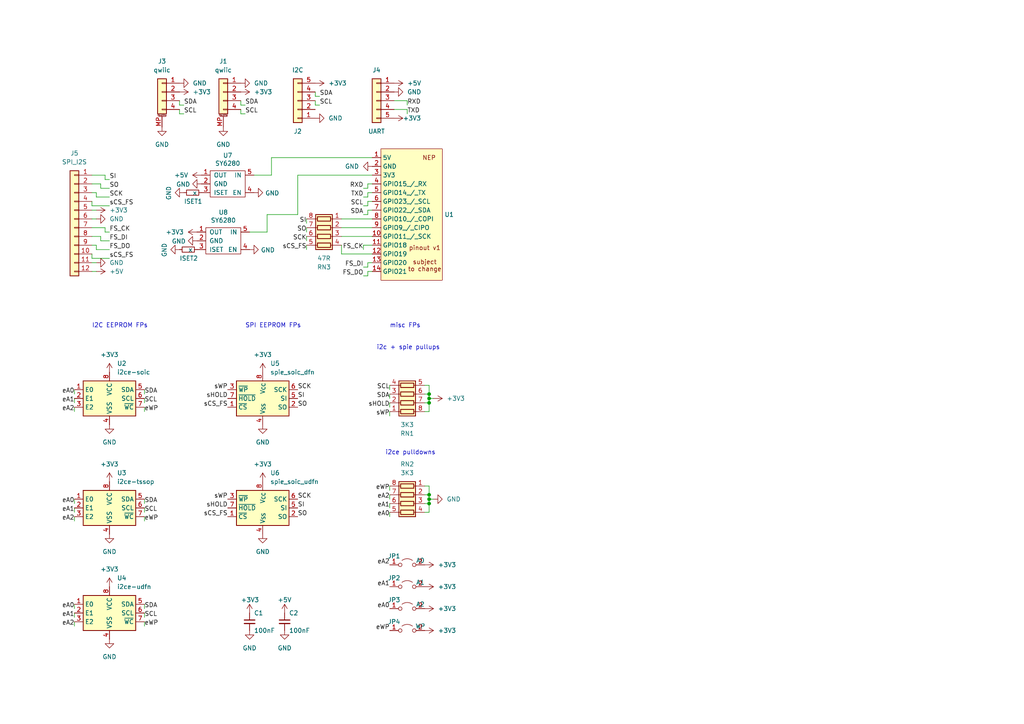
<source format=kicad_sch>
(kicad_sch (version 20230121) (generator eeschema)
  (paper "A4")
  (lib_symbols
    (symbol "Connector_Generic:Conn_01x05" (pin_names (offset 1.016) hide)
      (property "Reference" "J" (at 0 7.62 0))
      (property "Value" "Conn_01x05" (at 0 -7.62 0))
      (symbol "Conn_01x05_1_1"
        (rectangle (start -1.27 -4.953) (end 0 -5.207) (stroke (width 0.1524)))
        (rectangle (start -1.27 -2.413) (end 0 -2.667) (stroke (width 0.1524)))
        (rectangle (start -1.27 0.127) (end 0 -0.127) (stroke (width 0.1524)))
        (rectangle (start -1.27 2.667) (end 0 2.413) (stroke (width 0.1524)))
        (rectangle (start -1.27 5.207) (end 0 4.953) (stroke (width 0.1524)))
        (rectangle (start -1.27 6.35) (end 1.27 -6.35) (stroke (width 0.254)) (fill (type background)))
        (pin passive line (at -5.08 5.08 0) (length 3.81) (name "Pin_1") (number "1"))
        (pin passive line (at -5.08 2.54 0) (length 3.81) (name "Pin_2") (number "2"))
        (pin passive line (at -5.08 0 0) (length 3.81) (name "Pin_3") (number "3"))
        (pin passive line (at -5.08 -2.54 0) (length 3.81) (name "Pin_4") (number "4"))
        (pin passive line (at -5.08 -5.08 0) (length 3.81) (name "Pin_5") (number "5"))
      )
    )
    (symbol "Connector_Generic:Conn_01x12" (pin_names (offset 1.016) hide)
      (property "Reference" "J" (at 0 15.24 0))
      (property "Value" "Conn_01x12" (at 0 -17.78 0))
      (symbol "Conn_01x12_1_1"
        (rectangle (start -1.27 -15.113) (end 0 -15.367) (stroke (width 0.1524)))
        (rectangle (start -1.27 -12.573) (end 0 -12.827) (stroke (width 0.1524)))
        (rectangle (start -1.27 -10.033) (end 0 -10.287) (stroke (width 0.1524)))
        (rectangle (start -1.27 -7.493) (end 0 -7.747) (stroke (width 0.1524)))
        (rectangle (start -1.27 -4.953) (end 0 -5.207) (stroke (width 0.1524)))
        (rectangle (start -1.27 -2.413) (end 0 -2.667) (stroke (width 0.1524)))
        (rectangle (start -1.27 0.127) (end 0 -0.127) (stroke (width 0.1524)))
        (rectangle (start -1.27 2.667) (end 0 2.413) (stroke (width 0.1524)))
        (rectangle (start -1.27 5.207) (end 0 4.953) (stroke (width 0.1524)))
        (rectangle (start -1.27 7.747) (end 0 7.493) (stroke (width 0.1524)))
        (rectangle (start -1.27 10.287) (end 0 10.033) (stroke (width 0.1524)))
        (rectangle (start -1.27 12.827) (end 0 12.573) (stroke (width 0.1524)))
        (rectangle (start -1.27 13.97) (end 1.27 -16.51) (stroke (width 0.254)) (fill (type background)))
        (pin passive line (at -5.08 12.7 0) (length 3.81) (name "Pin_1") (number "1"))
        (pin passive line (at -5.08 -10.16 0) (length 3.81) (name "Pin_10") (number "10"))
        (pin passive line (at -5.08 -12.7 0) (length 3.81) (name "Pin_11") (number "11"))
        (pin passive line (at -5.08 -15.24 0) (length 3.81) (name "Pin_12") (number "12"))
        (pin passive line (at -5.08 10.16 0) (length 3.81) (name "Pin_2") (number "2"))
        (pin passive line (at -5.08 7.62 0) (length 3.81) (name "Pin_3") (number "3"))
        (pin passive line (at -5.08 5.08 0) (length 3.81) (name "Pin_4") (number "4"))
        (pin passive line (at -5.08 2.54 0) (length 3.81) (name "Pin_5") (number "5"))
        (pin passive line (at -5.08 0 0) (length 3.81) (name "Pin_6") (number "6"))
        (pin passive line (at -5.08 -2.54 0) (length 3.81) (name "Pin_7") (number "7"))
        (pin passive line (at -5.08 -5.08 0) (length 3.81) (name "Pin_8") (number "8"))
        (pin passive line (at -5.08 -7.62 0) (length 3.81) (name "Pin_9") (number "9"))
      )
    )
    (symbol "Connector_Generic_MountingPin:Conn_01x04_MountingPin" (pin_names (offset 1.016) hide)
      (property "Reference" "J" (at 0 5.08 0))
      (property "Value" "Conn_01x04_MountingPin" (at 1.27 -7.62 0))
      (symbol "Conn_01x04_MountingPin_1_1"
        (rectangle (start -1.27 -4.953) (end 0 -5.207) (stroke (width 0.1524)))
        (rectangle (start -1.27 -2.413) (end 0 -2.667) (stroke (width 0.1524)))
        (rectangle (start -1.27 0.127) (end 0 -0.127) (stroke (width 0.1524)))
        (rectangle (start -1.27 2.667) (end 0 2.413) (stroke (width 0.1524)))
        (rectangle (start -1.27 3.81) (end 1.27 -6.35) (stroke (width 0.254)) (fill (type background)))
        (polyline (pts (xy -1.016 -7.112) (xy 1.016 -7.112)) (stroke (width 0.1524)))
        (text "Mounting" (at 0 -6.731 0) (effects (font (size 0.381 0.381))))
        (pin passive line (at -5.08 2.54 0) (length 3.81) (name "Pin_1") (number "1"))
        (pin passive line (at -5.08 0 0) (length 3.81) (name "Pin_2") (number "2"))
        (pin passive line (at -5.08 -2.54 0) (length 3.81) (name "Pin_3") (number "3"))
        (pin passive line (at -5.08 -5.08 0) (length 3.81) (name "Pin_4") (number "4"))
        (pin passive line (at 0 -10.16 90) (length 3.048) (name "MountPin") (number "MP"))
      )
    )
    (symbol "Device:C_Small" (pin_numbers hide) (pin_names (offset 0.254) hide)
      (property "Reference" "C" (at 0.254 1.778 0))
      (property "Value" "C_Small" (at 0.254 -2.032 0))
      (symbol "C_Small_0_1"
        (polyline (pts (xy -1.524 -0.508) (xy 1.524 -0.508)) (stroke (width 0.3302)))
        (polyline (pts (xy -1.524 0.508) (xy 1.524 0.508)) (stroke (width 0.3048)))
      )
      (symbol "C_Small_1_1"
        (pin passive line (at 0 2.54 270) (length 2.032) (name "~") (number "1"))
        (pin passive line (at 0 -2.54 90) (length 2.032) (name "~") (number "2"))
      )
    )
    (symbol "Device:R_Pack04" (pin_names (offset 0) hide)
      (property "Reference" "RN" (at -7.62 0 90))
      (property "Value" "R_Pack04" (at 5.08 0 90))
      (symbol "R_Pack04_0_1"
        (rectangle (start -6.35 -2.413) (end 3.81 2.413) (stroke (width 0.254)) (fill (type background)))
        (rectangle (start -5.715 1.905) (end -4.445 -1.905) (stroke (width 0.254)))
        (rectangle (start -3.175 1.905) (end -1.905 -1.905) (stroke (width 0.254)))
        (rectangle (start -0.635 1.905) (end 0.635 -1.905) (stroke (width 0.254)))
        (polyline (pts (xy -5.08 -2.54) (xy -5.08 -1.905)))
        (polyline (pts (xy -5.08 1.905) (xy -5.08 2.54)))
        (polyline (pts (xy -2.54 -2.54) (xy -2.54 -1.905)))
        (polyline (pts (xy -2.54 1.905) (xy -2.54 2.54)))
        (polyline (pts (xy 0 -2.54) (xy 0 -1.905)))
        (polyline (pts (xy 0 1.905) (xy 0 2.54)))
        (polyline (pts (xy 2.54 -2.54) (xy 2.54 -1.905)))
        (polyline (pts (xy 2.54 1.905) (xy 2.54 2.54)))
        (rectangle (start 1.905 1.905) (end 3.175 -1.905) (stroke (width 0.254)))
      )
      (symbol "R_Pack04_1_1"
        (pin passive line (at -5.08 -5.08 90) (length 2.54) (name "R1.1") (number "1"))
        (pin passive line (at -2.54 -5.08 90) (length 2.54) (name "R2.1") (number "2"))
        (pin passive line (at 0 -5.08 90) (length 2.54) (name "R3.1") (number "3"))
        (pin passive line (at 2.54 -5.08 90) (length 2.54) (name "R4.1") (number "4"))
        (pin passive line (at 2.54 5.08 270) (length 2.54) (name "R4.2") (number "5"))
        (pin passive line (at 0 5.08 270) (length 2.54) (name "R3.2") (number "6"))
        (pin passive line (at -2.54 5.08 270) (length 2.54) (name "R2.2") (number "7"))
        (pin passive line (at -5.08 5.08 270) (length 2.54) (name "R1.2") (number "8"))
      )
    )
    (symbol "Device:R_Small" (pin_numbers hide) (pin_names (offset 0.254) hide)
      (property "Reference" "R" (at 0.762 0.508 0))
      (property "Value" "R_Small" (at 0.762 -1.016 0))
      (symbol "R_Small_0_1"
        (rectangle (start -0.762 1.778) (end 0.762 -1.778) (stroke (width 0.2032)))
      )
      (symbol "R_Small_1_1"
        (pin passive line (at 0 2.54 270) (length 0.762) (name "~") (number "1"))
        (pin passive line (at 0 -2.54 90) (length 0.762) (name "~") (number "2"))
      )
    )
    (symbol "Jumper:Jumper_2_Open" (pin_names (offset 0) hide)
      (property "Reference" "JP" (at 0 2.794 0))
      (property "Value" "Jumper_2_Open" (at 0 -2.286 0))
      (symbol "Jumper_2_Open_0_0"
        (circle (center -2.032 0) (radius 0.508))
        (circle (center 2.032 0) (radius 0.508))
      )
      (symbol "Jumper_2_Open_0_1"
        (arc (start 1.524 1.27) (mid 0 1.778) (end -1.524 1.27))
      )
      (symbol "Jumper_2_Open_1_1"
        (pin passive line (at -5.08 0 0) (length 2.54) (name "A") (number "1"))
        (pin passive line (at 5.08 0 180) (length 2.54) (name "B") (number "2"))
      )
    )
    (symbol "Memory_EEPROM:25CSM04xxMF"
      (property "Reference" "U3" (at 1.9559 8.89 0))
      (property "Value" "25CSM04xxMF" (at 1.9559 6.35 0))
      (symbol "25CSM04xxMF_1_1"
        (rectangle (start -7.62 5.08) (end 7.62 -5.08) (stroke (width 0.254)) (fill (type background)))
        (pin input line (at -10.16 -2.54 0) (length 2.54) (name "~{CS}") (number "1"))
        (pin tri_state line (at 10.16 -2.54 180) (length 2.54) (name "SO") (number "2"))
        (pin input line (at -10.16 2.54 0) (length 2.54) (name "~{WP}") (number "3"))
        (pin power_in line (at 0 -7.62 90) (length 2.54) (name "V_{SS}") (number "4"))
        (pin input line (at 10.16 0 180) (length 2.54) (name "SI") (number "5"))
        (pin input line (at 10.16 2.54 180) (length 2.54) (name "SCK") (number "6"))
        (pin input line (at -10.16 0 0) (length 2.54) (name "~{HOLD}") (number "7"))
        (pin power_in line (at 0 7.62 270) (length 2.54) (name "V_{CC}") (number "8"))
      )
    )
    (symbol "Memory_EEPROM:M24C01-FDW"
      (property "Reference" "U" (at -6.35 6.35 0))
      (property "Value" "M24C01-FDW" (at 7.62 6.35 0))
      (symbol "M24C01-FDW_0_1"
        (rectangle (start -7.62 5.08) (end 7.62 -5.08) (stroke (width 0.254)) (fill (type background)))
      )
      (symbol "M24C01-FDW_1_1"
        (pin input line (at -10.16 2.54 0) (length 2.54) (name "E0") (number "1"))
        (pin input line (at -10.16 0 0) (length 2.54) (name "E1") (number "2"))
        (pin input line (at -10.16 -2.54 0) (length 2.54) (name "E2") (number "3"))
        (pin power_in line (at 0 -7.62 90) (length 2.54) (name "VSS") (number "4"))
        (pin bidirectional line (at 10.16 2.54 180) (length 2.54) (name "SDA") (number "5"))
        (pin input line (at 10.16 0 180) (length 2.54) (name "SCL") (number "6"))
        (pin input line (at 10.16 -2.54 180) (length 2.54) (name "~{WC}") (number "7"))
        (pin power_in line (at 0 7.62 270) (length 2.54) (name "VCC") (number "8"))
      )
    )
    (symbol "nep_header:NEP_HEADER"
      (property "Reference" "U" (at 2.54 20.32 0))
      (symbol "NEP_HEADER_1_1"
        (rectangle (start -6.35 19.05) (end 11.43 -19.05) (fill (type background)))
        (text "NEP" (at 7.62 16.51 0) (effects (font (size 1.27 1.27))))
        (text "pinout v1\n\nsubject\nto change" (at 6.35 -12.7 0) (effects (font (size 1.27 1.27))))
        (pin input line (at -8.89 16.51 0) (length 2.54) (name "5V") (number "1"))
        (pin input line (at -8.89 -6.35 0) (length 2.54) (name "GPIO11_/_SCK") (number "10"))
        (pin input line (at -8.89 -8.89 0) (length 2.54) (name "GPIO18") (number "11"))
        (pin input line (at -8.89 -11.43 0) (length 2.54) (name "GPIO19") (number "12"))
        (pin input line (at -8.89 -13.97 0) (length 2.54) (name "GPIO20") (number "13"))
        (pin input line (at -8.89 -16.51 0) (length 2.54) (name "GPIO21") (number "14"))
        (pin input line (at -8.89 13.97 0) (length 2.54) (name "GND") (number "2"))
        (pin input line (at -8.89 11.43 0) (length 2.54) (name "3V3") (number "3"))
        (pin input line (at -8.89 8.89 0) (length 2.54) (name "GPIO15_/_RX") (number "4"))
        (pin input line (at -8.89 6.35 0) (length 2.54) (name "GPIO14_/_TX") (number "5"))
        (pin input line (at -8.89 3.81 0) (length 2.54) (name "GPIO23_/_SCL") (number "6"))
        (pin input line (at -8.89 1.27 0) (length 2.54) (name "GPIO22_/_SDA") (number "7"))
        (pin input line (at -8.89 -1.27 0) (length 2.54) (name "GPIO10_/_COPI") (number "8"))
        (pin input line (at -8.89 -3.81 0) (length 2.54) (name "GPIO9_/_CIPO") (number "9"))
      )
    )
    (symbol "power:+3V3" (power) (pin_names (offset 0))
      (property "Value" "+3V3" (at 0 3.556 0))
      (symbol "+3V3_0_1"
        (polyline (pts (xy -0.762 1.27) (xy 0 2.54)))
        (polyline (pts (xy 0 0) (xy 0 2.54)))
        (polyline (pts (xy 0 2.54) (xy 0.762 1.27)))
      )
      (symbol "+3V3_1_1"
        (pin power_in line (at 0 0 90) (length 0) hide (name "+3V3") (number "1"))
      )
    )
    (symbol "power:+5V" (power) (pin_names (offset 0))
      (property "Value" "+5V" (at 0 3.556 0))
      (symbol "+5V_0_1"
        (polyline (pts (xy -0.762 1.27) (xy 0 2.54)))
        (polyline (pts (xy 0 0) (xy 0 2.54)))
        (polyline (pts (xy 0 2.54) (xy 0.762 1.27)))
      )
      (symbol "+5V_1_1"
        (pin power_in line (at 0 0 90) (length 0) hide (name "+5V") (number "1"))
      )
    )
    (symbol "power:GND" (power) (pin_names (offset 0))
      (property "Value" "GND" (at 0 -3.81 0))
      (symbol "GND_0_1"
        (polyline (pts (xy 0 0) (xy 0 -1.27) (xy 1.27 -1.27) (xy 0 -2.54) (xy -1.27 -1.27) (xy 0 -1.27)))
      )
      (symbol "GND_1_1"
        (pin power_in line (at 0 0 270) (length 0) hide (name "GND") (number "1"))
      )
    )
    (symbol "sy6280_breakout-rescue:SY6280-sy6280" (pin_names (offset 1.016))
      (property "Reference" "U" (at -3.81 -5.08 0))
      (property "Value" "sy6280_SY6280" (at -1.27 5.08 0))
      (symbol "SY6280-sy6280_0_1"
        (rectangle (start -5.08 3.81) (end 5.08 -3.81))
      )
      (symbol "SY6280-sy6280_1_1"
        (pin power_out line (at -7.62 2.54 0) (length 2.54) (name "OUT") (number "1"))
        (pin power_in line (at -7.62 0 0) (length 2.54) (name "GND") (number "2"))
        (pin passive line (at -7.62 -2.54 0) (length 2.54) (name "ISET") (number "3"))
        (pin input line (at 7.62 -2.54 180) (length 2.54) (name "EN") (number "4"))
        (pin power_in line (at 7.62 2.54 180) (length 2.54) (name "IN") (number "5"))
      )
    )
  )
  (junction (at 124.46 116.84))
  (junction (at 124.46 115.57))
  (junction (at 124.46 144.78))
  (junction (at 124.46 146.05))
  (junction (at 124.46 114.3))
  (junction (at 124.46 143.51))
  (wire (pts (xy 26.67 59.69) (xy 26.67 58.42)))
  (wire (pts (xy 106.68 55.88) (xy 107.95 55.88)))
  (wire (pts (xy 41.91 114.3) (xy 41.91 113.03)))
  (wire (pts (xy 29.21 69.85) (xy 31.75 69.85)))
  (wire (pts (xy 106.68 62.23) (xy 106.68 60.96)))
  (wire (pts (xy 29.21 54.61) (xy 29.21 53.34)))
  (wire (pts (xy 41.91 119.38) (xy 41.91 118.11)))
  (wire (pts (xy 123.19 143.51) (xy 124.46 143.51)))
  (wire (pts (xy 30.48 52.07) (xy 30.48 50.8)))
  (wire (pts (xy 29.21 54.61) (xy 31.75 54.61)))
  (wire (pts (xy 105.41 72.39) (xy 105.41 71.12)))
  (wire (pts (xy 124.46 114.3) (xy 124.46 115.57)))
  (wire (pts (xy 30.48 67.31) (xy 30.48 66.04)))
  (wire (pts (xy 27.94 55.88) (xy 26.67 55.88)))
  (wire (pts (xy 113.03 115.57) (xy 113.03 114.3)))
  (wire (pts (xy 27.94 71.12) (xy 26.67 71.12)))
  (wire (pts (xy 52.07 30.48) (xy 52.07 29.21)))
  (wire (pts (xy 52.07 33.02) (xy 52.07 31.75)))
  (wire (pts (xy 29.21 68.58) (xy 26.67 68.58)))
  (wire (pts (xy 86.36 62.23) (xy 86.36 50.8)))
  (wire (pts (xy 113.03 149.86) (xy 113.03 148.59)))
  (wire (pts (xy 73.66 50.8) (xy 78.74 50.8)))
  (wire (pts (xy 27.94 63.5) (xy 26.67 63.5)))
  (wire (pts (xy 99.06 71.12) (xy 99.06 73.66)))
  (wire (pts (xy 21.59 181.61) (xy 21.59 180.34)))
  (wire (pts (xy 106.68 54.61) (xy 106.68 53.34)))
  (wire (pts (xy 27.94 72.39) (xy 31.75 72.39)))
  (wire (pts (xy 21.59 148.59) (xy 21.59 147.32)))
  (wire (pts (xy 41.91 146.05) (xy 41.91 144.78)))
  (wire (pts (xy 91.44 27.94) (xy 91.44 26.67)))
  (wire (pts (xy 113.03 120.65) (xy 113.03 119.38)))
  (wire (pts (xy 29.21 69.85) (xy 29.21 68.58)))
  (wire (pts (xy 27.94 60.96) (xy 26.67 60.96)))
  (wire (pts (xy 118.11 30.48) (xy 118.11 29.21)))
  (wire (pts (xy 69.85 33.02) (xy 69.85 31.75)))
  (wire (pts (xy 92.71 27.94) (xy 91.44 27.94)))
  (wire (pts (xy 124.46 143.51) (xy 124.46 144.78)))
  (wire (pts (xy 21.59 176.53) (xy 21.59 175.26)))
  (wire (pts (xy 92.71 30.48) (xy 91.44 30.48)))
  (wire (pts (xy 118.11 33.02) (xy 118.11 31.75)))
  (wire (pts (xy 78.74 50.8) (xy 78.74 45.72)))
  (wire (pts (xy 53.34 33.02) (xy 52.07 33.02)))
  (wire (pts (xy 71.12 30.48) (xy 69.85 30.48)))
  (wire (pts (xy 99.06 73.66) (xy 107.95 73.66)))
  (wire (pts (xy 123.19 140.97) (xy 124.46 140.97)))
  (wire (pts (xy 41.91 151.13) (xy 41.91 149.86)))
  (wire (pts (xy 86.36 50.8) (xy 107.95 50.8)))
  (wire (pts (xy 105.41 71.12) (xy 107.95 71.12)))
  (wire (pts (xy 105.41 62.23) (xy 106.68 62.23)))
  (wire (pts (xy 26.67 59.69) (xy 31.75 59.69)))
  (wire (pts (xy 88.9 69.85) (xy 88.9 68.58)))
  (wire (pts (xy 113.03 142.24) (xy 113.03 140.97)))
  (wire (pts (xy 106.68 80.01) (xy 106.68 78.74)))
  (wire (pts (xy 30.48 50.8) (xy 26.67 50.8)))
  (wire (pts (xy 21.59 119.38) (xy 21.59 118.11)))
  (wire (pts (xy 105.41 57.15) (xy 106.68 57.15)))
  (wire (pts (xy 124.46 144.78) (xy 124.46 146.05)))
  (wire (pts (xy 27.94 57.15) (xy 31.75 57.15)))
  (wire (pts (xy 123.19 116.84) (xy 124.46 116.84)))
  (wire (pts (xy 123.19 146.05) (xy 124.46 146.05)))
  (wire (pts (xy 78.74 45.72) (xy 107.95 45.72)))
  (wire (pts (xy 41.91 148.59) (xy 41.91 147.32)))
  (wire (pts (xy 106.68 76.2) (xy 107.95 76.2)))
  (wire (pts (xy 105.41 80.01) (xy 106.68 80.01)))
  (wire (pts (xy 88.9 72.39) (xy 88.9 71.12)))
  (wire (pts (xy 113.03 147.32) (xy 113.03 146.05)))
  (wire (pts (xy 26.67 74.93) (xy 31.75 74.93)))
  (wire (pts (xy 21.59 179.07) (xy 21.59 177.8)))
  (wire (pts (xy 106.68 58.42) (xy 107.95 58.42)))
  (wire (pts (xy 106.68 53.34) (xy 107.95 53.34)))
  (wire (pts (xy 27.94 57.15) (xy 27.94 55.88)))
  (wire (pts (xy 99.06 63.5) (xy 107.95 63.5)))
  (wire (pts (xy 105.41 59.69) (xy 106.68 59.69)))
  (wire (pts (xy 69.85 30.48) (xy 69.85 29.21)))
  (wire (pts (xy 27.94 78.74) (xy 26.67 78.74)))
  (wire (pts (xy 118.11 29.21) (xy 114.3 29.21)))
  (wire (pts (xy 77.47 62.23) (xy 86.36 62.23)))
  (wire (pts (xy 26.67 74.93) (xy 26.67 73.66)))
  (wire (pts (xy 105.41 77.47) (xy 106.68 77.47)))
  (wire (pts (xy 106.68 59.69) (xy 106.68 58.42)))
  (wire (pts (xy 106.68 57.15) (xy 106.68 55.88)))
  (wire (pts (xy 124.46 146.05) (xy 124.46 148.59)))
  (wire (pts (xy 124.46 119.38) (xy 123.19 119.38)))
  (wire (pts (xy 106.68 78.74) (xy 107.95 78.74)))
  (wire (pts (xy 124.46 144.78) (xy 125.73 144.78)))
  (wire (pts (xy 77.47 67.31) (xy 77.47 62.23)))
  (wire (pts (xy 124.46 111.76) (xy 124.46 114.3)))
  (wire (pts (xy 124.46 115.57) (xy 125.73 115.57)))
  (wire (pts (xy 30.48 52.07) (xy 31.75 52.07)))
  (wire (pts (xy 30.48 66.04) (xy 26.67 66.04)))
  (wire (pts (xy 41.91 181.61) (xy 41.91 180.34)))
  (wire (pts (xy 88.9 67.31) (xy 88.9 66.04)))
  (wire (pts (xy 21.59 116.84) (xy 21.59 115.57)))
  (wire (pts (xy 29.21 53.34) (xy 26.67 53.34)))
  (wire (pts (xy 106.68 77.47) (xy 106.68 76.2)))
  (wire (pts (xy 124.46 148.59) (xy 123.19 148.59)))
  (wire (pts (xy 99.06 68.58) (xy 107.95 68.58)))
  (wire (pts (xy 113.03 144.78) (xy 113.03 143.51)))
  (wire (pts (xy 88.9 64.77) (xy 88.9 63.5)))
  (wire (pts (xy 113.03 118.11) (xy 113.03 116.84)))
  (wire (pts (xy 123.19 111.76) (xy 124.46 111.76)))
  (wire (pts (xy 72.39 67.31) (xy 77.47 67.31)))
  (wire (pts (xy 106.68 60.96) (xy 107.95 60.96)))
  (wire (pts (xy 53.34 30.48) (xy 52.07 30.48)))
  (wire (pts (xy 113.03 113.03) (xy 113.03 111.76)))
  (wire (pts (xy 27.94 76.2) (xy 26.67 76.2)))
  (wire (pts (xy 30.48 67.31) (xy 31.75 67.31)))
  (wire (pts (xy 123.19 114.3) (xy 124.46 114.3)))
  (wire (pts (xy 105.41 54.61) (xy 106.68 54.61)))
  (wire (pts (xy 118.11 31.75) (xy 114.3 31.75)))
  (wire (pts (xy 41.91 176.53) (xy 41.91 175.26)))
  (wire (pts (xy 99.06 66.04) (xy 107.95 66.04)))
  (wire (pts (xy 21.59 114.3) (xy 21.59 113.03)))
  (wire (pts (xy 71.12 33.02) (xy 69.85 33.02)))
  (wire (pts (xy 124.46 115.57) (xy 124.46 116.84)))
  (wire (pts (xy 124.46 140.97) (xy 124.46 143.51)))
  (wire (pts (xy 91.44 30.48) (xy 91.44 29.21)))
  (wire (pts (xy 41.91 116.84) (xy 41.91 115.57)))
  (wire (pts (xy 41.91 179.07) (xy 41.91 177.8)))
  (wire (pts (xy 21.59 146.05) (xy 21.59 144.78)))
  (wire (pts (xy 124.46 116.84) (xy 124.46 119.38)))
  (wire (pts (xy 27.94 72.39) (xy 27.94 71.12)))
  (wire (pts (xy 21.59 151.13) (xy 21.59 149.86)))
  (text "I2C EEPROM FPs" (at 26.67 95.25 0) (effects (font (size 1.27 1.27)) (justify left bottom)))
  (text "SPI EEPROM FPs" (at 71.12 95.25 0) (effects (font (size 1.27 1.27)) (justify left bottom)))
  (text "misc FPs" (at 113.03 95.25 0) (effects (font (size 1.27 1.27)) (justify left bottom)))
  (text "i2ce pulldowns" (at 111.76 132.08 0) (effects (font (size 1.27 1.27)) (justify left bottom)))
  (text "i2c + spie pullups" (at 109.22 101.6 0) (effects (font (size 1.27 1.27)) (justify left bottom)))
  (label "SI" (at 86.36 147.32 0))
  (label "FS_CK" (at 105.41 72.39 180))
  (label "sHOLD" (at 66.04 115.57 180))
  (label "eA2" (at 21.59 181.61 180))
  (label "SCK" (at 86.36 144.78 0))
  (label "eA1" (at 21.59 116.84 180))
  (label "eWP" (at 41.91 181.61 0))
  (label "SCL" (at 92.71 30.48 0))
  (label "sWP" (at 66.04 144.78 180))
  (label "SDA" (at 113.03 115.57 180))
  (label "eWP" (at 113.03 142.24 180))
  (label "eWP" (at 41.91 151.13 0))
  (label "eA0" (at 21.59 176.53 180))
  (label "sCS_FS" (at 66.04 118.11 180))
  (label "eA0" (at 21.59 146.05 180))
  (label "SO" (at 86.36 149.86 0))
  (label "sCS_FS" (at 66.04 149.86 180))
  (label "TXD" (at 105.41 57.15 180))
  (label "eWP" (at 113.03 182.88 180))
  (label "SCL" (at 41.91 148.59 0))
  (label "SO" (at 86.36 118.11 0))
  (label "SDA" (at 53.34 30.48 0))
  (label "SDA" (at 71.12 30.48 0))
  (label "eA0" (at 113.03 149.86 180))
  (label "eA1" (at 113.03 170.18 180))
  (label "SCL" (at 113.03 113.03 180))
  (label "SDA" (at 92.71 27.94 0))
  (label "SDA" (at 41.91 146.05 0))
  (label "SI" (at 88.9 64.77 180))
  (label "sCS_FS" (at 31.75 74.93 0))
  (label "SI" (at 31.75 52.07 0))
  (label "FS_DI" (at 31.75 69.85 0))
  (label "SCL" (at 41.91 179.07 0))
  (label "SDA" (at 41.91 176.53 0))
  (label "FS_CK" (at 31.75 67.31 0))
  (label "FS_DI" (at 105.41 77.47 180))
  (label "eA1" (at 113.03 147.32 180))
  (label "FS_DO" (at 105.41 80.01 180))
  (label "SDA" (at 105.41 62.23 180))
  (label "sWP" (at 113.03 120.65 180))
  (label "SI" (at 86.36 115.57 0))
  (label "SCK" (at 86.36 113.03 0))
  (label "eA2" (at 113.03 163.83 180))
  (label "eA0" (at 21.59 114.3 180))
  (label "SCL" (at 71.12 33.02 0))
  (label "sCS_FS" (at 31.75 59.69 0))
  (label "SCL" (at 41.91 116.84 0))
  (label "sHOLD" (at 113.03 118.11 180))
  (label "RXD" (at 105.41 54.61 180))
  (label "SO" (at 88.9 67.31 180))
  (label "eA2" (at 113.03 144.78 180))
  (label "sWP" (at 66.04 113.03 180))
  (label "eA1" (at 21.59 179.07 180))
  (label "eA2" (at 21.59 151.13 180))
  (label "sHOLD" (at 66.04 147.32 180))
  (label "SDA" (at 41.91 114.3 0))
  (label "FS_DO" (at 31.75 72.39 0))
  (label "SCL" (at 105.41 59.69 180))
  (label "eA0" (at 113.03 176.53 180))
  (label "sCS_FS" (at 88.9 72.39 180))
  (label "RXD" (at 118.11 30.48 0))
  (label "SO" (at 31.75 54.61 0))
  (label "eWP" (at 41.91 119.38 0))
  (label "eA2" (at 21.59 119.38 180))
  (label "SCL" (at 53.34 33.02 0))
  (label "TXD" (at 118.11 33.02 0))
  (label "SCK" (at 88.9 69.85 180))
  (label "eA1" (at 21.59 148.59 180))
  (label "SCK" (at 31.75 57.15 0))
  (symbol (lib_id "power:GND") (at 31.75 154.94 0) (unit 1)
    (property "Reference" "#PWR019" (effects hide))
    (property "Value" "GND" (at 31.75 160.02 0))
  )
  (symbol (lib_id "Connector_Generic_MountingPin:Conn_01x04_MountingPin") (at 46.99 26.67 0) (mirror y) (unit 1)
    (property "Reference" "J3" (at 46.99 17.78 0))
    (property "Value" "qwiic" (at 46.99 20.32 0))
    (property "Footprint" "Connector_JST:JST_SH_SM04B-SRSS-TB_1x04-1MP_P1.00mm_Horizontal" (effects hide))
  )
  (symbol (lib_id "power:+3V3") (at 31.75 170.18 0) (mirror y) (unit 1)
    (property "Reference" "#PWR020" (effects hide))
    (property "Value" "+3V3" (at 31.75 165.1 0))
  )
  (symbol (lib_id "Memory_EEPROM:25CSM04xxMF") (at 76.2 147.32 0) (unit 1)
    (property "Reference" "U6" (at 78.3941 137.16 0) (effects (justify left)))
    (property "Value" "spie_soic_udfn" (at 78.3941 139.7 0) (effects (justify left)))
    (property "Footprint" "Package_DFN_QFN:DFN-8-1EP_3x2mm_P0.5mm_EP1.3x1.5mm" (effects hide))
    (property "Datasheet" "https://ww1.microchip.com/downloads/aemDocuments/documents/MPD/ProductDocuments/DataSheets/25CSM04-4-Mbit-SPI-Serial-EEPROM-With-128-Bit-Serial-Number-and-Enhanced-Write-Protection-20005817C.pdf" (effects hide))
  )
  (symbol (lib_id "power:+3V3") (at 72.39 177.8 0) (unit 1)
    (property "Reference" "#PWR028" (effects hide))
    (property "Value" "+3V3" (at 69.85 173.99 0) (effects (justify left)))
  )
  (symbol (lib_id "Memory_EEPROM:M24C01-FDW") (at 31.75 147.32 0) (unit 1)
    (property "Reference" "U3" (at 33.9441 137.16 0) (effects (justify left)))
    (property "Value" "i2ce-tssop" (at 33.9441 139.7 0) (effects (justify left)))
    (property "Footprint" "Package_SO:TSSOP-8_4.4x3mm_P0.65mm" (effects hide))
    (property "Datasheet" "http://www.st.com/content/ccc/resource/technical/document/datasheet/b0/d8/50/40/5a/85/49/6f/DM00071904.pdf/files/DM00071904.pdf/jcr:content/translations/en.DM00071904.pdf" (effects hide))
  )
  (symbol (lib_id "Device:R_Pack04") (at 93.98 68.58 90) (mirror x) (unit 1)
    (property "Reference" "RN3" (at 93.98 77.47 90))
    (property "Value" "47R" (at 93.98 74.93 90))
    (property "Footprint" "Resistor_SMD:R_Array_Convex_4x0603" (effects hide))
  )
  (symbol (lib_id "Memory_EEPROM:M24C01-FDW") (at 31.75 177.8 0) (unit 1)
    (property "Reference" "U4" (at 33.9441 167.64 0) (effects (justify left)))
    (property "Value" "i2ce-udfn" (at 33.9441 170.18 0) (effects (justify left)))
    (property "Footprint" "Package_DFN_QFN:DFN-8-1EP_3x2mm_P0.5mm_EP1.3x1.5mm" (effects hide))
    (property "Datasheet" "http://www.st.com/content/ccc/resource/technical/document/datasheet/b0/d8/50/40/5a/85/49/6f/DM00071904.pdf/files/DM00071904.pdf/jcr:content/translations/en.DM00071904.pdf" (effects hide))
  )
  (symbol (lib_id "power:GND") (at 31.75 123.19 0) (unit 1)
    (property "Reference" "#PWR016" (effects hide))
    (property "Value" "GND" (at 31.75 128.27 0))
  )
  (symbol (lib_id "power:+5V") (at 27.94 78.74 270) (unit 1)
    (property "Reference" "#PWR032" (effects hide))
    (property "Value" "+5V" (at 31.75 78.74 90) (effects (justify left)))
  )
  (symbol (lib_id "power:GND") (at 72.39 182.88 0) (unit 1)
    (property "Reference" "#PWR025" (effects hide))
    (property "Value" "GND" (at 72.39 187.96 0))
  )
  (symbol (lib_id "Device:R_Pack04") (at 118.11 114.3 270) (mirror x) (unit 1)
    (property "Reference" "RN1" (at 118.11 125.73 90))
    (property "Value" "3K3" (at 118.11 123.19 90))
    (property "Footprint" "Resistor_SMD:R_Array_Convex_4x0603" (effects hide))
  )
  (symbol (lib_id "power:GND") (at 57.15 69.85 270) (unit 1)
    (property "Reference" "#PWR044" (effects hide))
    (property "Value" "GND" (at 53.8988 69.977 90) (effects (justify right)))
  )
  (symbol (lib_id "Connector_Generic:Conn_01x05") (at 109.22 29.21 0) (mirror y) (unit 1)
    (property "Reference" "J4" (at 109.22 20.32 0))
    (property "Value" "UART" (at 109.22 38.1 0))
    (property "Footprint" "Connector_PinHeader_2.54mm:PinHeader_1x05_P2.54mm_Vertical" (effects hide))
  )
  (symbol (lib_id "power:+3V3") (at 123.19 170.18 270) (mirror x) (unit 1)
    (property "Reference" "#PWR037" (effects hide))
    (property "Value" "+3V3" (at 127 170.18 90) (effects (justify left)))
  )
  (symbol (lib_id "Memory_EEPROM:M24C01-FDW") (at 31.75 115.57 0) (unit 1)
    (property "Reference" "U2" (at 33.9441 105.41 0) (effects (justify left)))
    (property "Value" "i2ce-soic" (at 33.9441 107.95 0) (effects (justify left)))
    (property "Footprint" "Package_SO:SOIC-8_3.9x4.9mm_P1.27mm" (effects hide))
    (property "Datasheet" "http://www.st.com/content/ccc/resource/technical/document/datasheet/b0/d8/50/40/5a/85/49/6f/DM00071904.pdf/files/DM00071904.pdf/jcr:content/translations/en.DM00071904.pdf" (effects hide))
  )
  (symbol (lib_id "power:GND") (at 76.2 154.94 0) (unit 1)
    (property "Reference" "#PWR027" (effects hide))
    (property "Value" "GND" (at 76.2 160.02 0))
  )
  (symbol (lib_id "power:GND") (at 82.55 182.88 0) (unit 1)
    (property "Reference" "#PWR029" (effects hide))
    (property "Value" "GND" (at 82.55 187.96 0))
  )
  (symbol (lib_id "power:+3V3") (at 91.44 24.13 270) (mirror x) (unit 1)
    (property "Reference" "#PWR07" (effects hide))
    (property "Value" "+3V3" (at 95.25 24.13 90) (effects (justify left)))
  )
  (symbol (lib_id "power:+3V3") (at 123.19 182.88 270) (mirror x) (unit 1)
    (property "Reference" "#PWR035" (effects hide))
    (property "Value" "+3V3" (at 127 182.88 90) (effects (justify left)))
  )
  (symbol (lib_id "Device:R_Pack04") (at 118.11 146.05 90) (mirror x) (unit 1)
    (property "Reference" "RN2" (at 118.11 134.62 90))
    (property "Value" "3K3" (at 118.11 137.16 90))
    (property "Footprint" "Resistor_SMD:R_Array_Convex_4x0603" (effects hide))
  )
  (symbol (lib_id "power:+3V3") (at 52.07 26.67 270) (mirror x) (unit 1)
    (property "Reference" "#PWR011" (effects hide))
    (property "Value" "+3V3" (at 55.88 26.67 90) (effects (justify left)))
  )
  (symbol (lib_id "Device:R_Small") (at 54.61 72.39 270) (unit 1)
    (property "Reference" "ISET2" (at 52.07 74.93 90) (effects (justify left)))
    (property "Value" "x" (at 54.61 72.39 90) (effects (justify left)))
    (property "Footprint" "Resistor_SMD:R_0603_1608Metric" (effects hide))
  )
  (symbol (lib_id "Device:C_Small") (at 82.55 180.34 0) (unit 1)
    (property "Reference" "C2" (at 83.82 177.8 0) (effects (justify left)))
    (property "Value" "100nF" (at 83.82 182.88 0) (effects (justify left)))
    (property "Footprint" "Capacitor_SMD:C_0603_1608Metric" (effects hide))
  )
  (symbol (lib_id "power:GND") (at 114.3 26.67 90) (mirror x) (unit 1)
    (property "Reference" "#PWR013" (effects hide))
    (property "Value" "GND" (at 118.11 26.67 90) (effects (justify right)))
  )
  (symbol (lib_id "power:GND") (at 69.85 24.13 90) (mirror x) (unit 1)
    (property "Reference" "#PWR06" (effects hide))
    (property "Value" "GND" (at 73.66 24.13 90) (effects (justify right)))
  )
  (symbol (lib_id "power:GND") (at 64.77 36.83 0) (unit 1)
    (property "Reference" "#PWR04" (effects hide))
    (property "Value" "GND" (at 64.77 41.91 0))
  )
  (symbol (lib_id "power:GND") (at 52.07 72.39 270) (unit 1)
    (property "Reference" "#PWR040" (effects hide))
    (property "Value" "GND" (at 47.6758 72.517 0))
  )
  (symbol (lib_id "power:GND") (at 76.2 123.19 0) (unit 1)
    (property "Reference" "#PWR023" (effects hide))
    (property "Value" "GND" (at 76.2 128.27 0))
  )
  (symbol (lib_id "power:GND") (at 46.99 36.83 0) (unit 1)
    (property "Reference" "#PWR09" (effects hide))
    (property "Value" "GND" (at 46.99 41.91 0))
  )
  (symbol (lib_id "nep_header:NEP_HEADER") (at 116.84 62.23 0) (unit 1)
    (property "Reference" "U1" (at 128.905 62.23 0) (effects (justify left)))
    (property "Value" "~" (at 113.03 58.42 0))
    (property "Footprint" "Connector_PinHeader_2.54mm:PinHeader_1x14_P2.54mm_Vertical" (effects hide))
  )
  (symbol (lib_id "power:+5V") (at 114.3 24.13 270) (unit 1)
    (property "Reference" "#PWR014" (effects hide))
    (property "Value" "+5V" (at 118.11 24.13 90) (effects (justify left)))
  )
  (symbol (lib_id "power:GND") (at 53.34 55.88 270) (unit 1)
    (property "Reference" "#PWR039" (effects hide))
    (property "Value" "GND" (at 48.9458 56.007 0))
  )
  (symbol (lib_id "Device:C_Small") (at 72.39 180.34 0) (unit 1)
    (property "Reference" "C1" (at 73.66 177.8 0) (effects (justify left)))
    (property "Value" "100nF" (at 73.66 182.88 0) (effects (justify left)))
    (property "Footprint" "Capacitor_SMD:C_0603_1608Metric" (effects hide))
  )
  (symbol (lib_id "power:+3V3") (at 123.19 176.53 270) (mirror x) (unit 1)
    (property "Reference" "#PWR036" (effects hide))
    (property "Value" "+3V3" (at 127 176.53 90) (effects (justify left)))
  )
  (symbol (lib_id "power:+3V3") (at 123.19 163.83 270) (mirror x) (unit 1)
    (property "Reference" "#PWR038" (effects hide))
    (property "Value" "+3V3" (at 127 163.83 90) (effects (justify left)))
  )
  (symbol (lib_id "Connector_Generic_MountingPin:Conn_01x04_MountingPin") (at 64.77 26.67 0) (mirror y) (unit 1)
    (property "Reference" "J1" (at 64.77 17.78 0))
    (property "Value" "qwiic" (at 64.77 20.32 0))
    (property "Footprint" "Connector_JST:JST_SH_SM04B-SRSS-TB_1x04-1MP_P1.00mm_Horizontal" (effects hide))
  )
  (symbol (lib_id "power:GND") (at 72.39 72.39 90) (mirror x) (unit 1)
    (property "Reference" "#PWR045" (effects hide))
    (property "Value" "GND" (at 75.6412 72.517 90) (effects (justify right)))
  )
  (symbol (lib_id "power:+5V") (at 58.42 50.8 90) (unit 1)
    (property "Reference" "#PWR03" (effects hide))
    (property "Value" "+5V" (at 54.61 50.8 90) (effects (justify left)))
  )
  (symbol (lib_id "power:+5V") (at 82.55 177.8 0) (unit 1)
    (property "Reference" "#PWR024" (effects hide))
    (property "Value" "+5V" (at 82.55 173.99 0))
  )
  (symbol (lib_id "power:GND") (at 52.07 24.13 90) (mirror x) (unit 1)
    (property "Reference" "#PWR010" (effects hide))
    (property "Value" "GND" (at 55.88 24.13 90) (effects (justify right)))
  )
  (symbol (lib_id "power:GND") (at 73.66 55.88 90) (mirror x) (unit 1)
    (property "Reference" "#PWR043" (effects hide))
    (property "Value" "GND" (at 76.9112 56.007 90) (effects (justify right)))
  )
  (symbol (lib_id "power:GND") (at 27.94 76.2 90) (unit 1)
    (property "Reference" "#PWR033" (effects hide))
    (property "Value" "GND" (at 31.75 76.2 90) (effects (justify right)))
  )
  (symbol (lib_id "sy6280_breakout-rescue:SY6280-sy6280") (at 66.04 53.34 0) (unit 1)
    (property "Reference" "U7" (at 66.04 45.085 0))
    (property "Value" "SY6280" (at 66.04 47.3964 0))
    (property "Footprint" "Package_TO_SOT_SMD:SOT-23-5" (effects hide))
  )
  (symbol (lib_id "Connector_Generic:Conn_01x12") (at 21.59 63.5 0) (mirror y) (unit 1)
    (property "Reference" "J5" (at 21.59 44.45 0))
    (property "Value" "SPI_I2S" (at 21.59 46.99 0))
    (property "Footprint" "Connector_PinHeader_2.54mm:PinHeader_1x12_P2.54mm_Vertical" (effects hide))
  )
  (symbol (lib_id "power:+3V3") (at 27.94 60.96 270) (unit 1)
    (property "Reference" "#PWR031" (effects hide))
    (property "Value" "+3V3" (at 31.75 60.96 90) (effects (justify left)))
  )
  (symbol (lib_id "power:GND") (at 125.73 144.78 90) (unit 1)
    (property "Reference" "#PWR034" (effects hide))
    (property "Value" "GND" (at 129.54 144.78 90) (effects (justify right)))
  )
  (symbol (lib_id "Jumper:Jumper_2_Open") (at 118.11 182.88 0) (unit 1)
    (property "Reference" "JP4" (at 114.3 180.34 0))
    (property "Value" "WP" (at 121.92 181.61 0))
    (property "Footprint" "Jumper:SolderJumper-2_P1.3mm_Open_Pad1.0x1.5mm" (effects hide))
  )
  (symbol (lib_id "Memory_EEPROM:25CSM04xxMF") (at 76.2 115.57 0) (unit 1)
    (property "Reference" "U5" (at 78.3941 105.41 0) (effects (justify left)))
    (property "Value" "spie_soic_dfn" (at 78.3941 107.95 0) (effects (justify left)))
    (property "Footprint" "Package_SO:SOIC-8W_5.3x5.3mm_P1.27mm" (effects hide))
    (property "Datasheet" "https://ww1.microchip.com/downloads/aemDocuments/documents/MPD/ProductDocuments/DataSheets/25CSM04-4-Mbit-SPI-Serial-EEPROM-With-128-Bit-Serial-Number-and-Enhanced-Write-Protection-20005817C.pdf" (effects hide))
  )
  (symbol (lib_id "power:+3V3") (at 76.2 139.7 0) (mirror y) (unit 1)
    (property "Reference" "#PWR026" (effects hide))
    (property "Value" "+3V3" (at 76.2 134.62 0))
  )
  (symbol (lib_id "power:+3V3") (at 76.2 107.95 0) (mirror y) (unit 1)
    (property "Reference" "#PWR022" (effects hide))
    (property "Value" "+3V3" (at 76.2 102.87 0))
  )
  (symbol (lib_id "power:GND") (at 31.75 185.42 0) (unit 1)
    (property "Reference" "#PWR021" (effects hide))
    (property "Value" "GND" (at 31.75 190.5 0))
  )
  (symbol (lib_id "power:+3V3") (at 125.73 115.57 270) (mirror x) (unit 1)
    (property "Reference" "#PWR015" (effects hide))
    (property "Value" "+3V3" (at 129.54 115.57 90) (effects (justify left)))
  )
  (symbol (lib_id "Connector_Generic:Conn_01x05") (at 86.36 29.21 180) (unit 1)
    (property "Reference" "J2" (at 86.36 38.1 0))
    (property "Value" "I2C" (at 86.36 20.32 0))
    (property "Footprint" "Connector_PinHeader_2.54mm:PinHeader_1x05_P2.54mm_Vertical" (effects hide))
  )
  (symbol (lib_id "power:+3V3") (at 57.15 67.31 90) (unit 1)
    (property "Reference" "#PWR02" (effects hide))
    (property "Value" "+3V3" (at 53.34 67.31 90) (effects (justify left)))
  )
  (symbol (lib_id "power:+3V3") (at 31.75 107.95 0) (mirror y) (unit 1)
    (property "Reference" "#PWR017" (effects hide))
    (property "Value" "+3V3" (at 31.75 102.87 0))
  )
  (symbol (lib_id "Jumper:Jumper_2_Open") (at 118.11 163.83 0) (unit 1)
    (property "Reference" "JP1" (at 114.3 161.29 0))
    (property "Value" "A0" (at 121.92 162.56 0))
    (property "Footprint" "Jumper:SolderJumper-2_P1.3mm_Open_Pad1.0x1.5mm" (effects hide))
  )
  (symbol (lib_id "power:GND") (at 91.44 34.29 90) (mirror x) (unit 1)
    (property "Reference" "#PWR08" (effects hide))
    (property "Value" "GND" (at 95.25 34.29 90) (effects (justify right)))
  )
  (symbol (lib_id "Jumper:Jumper_2_Open") (at 118.11 176.53 0) (unit 1)
    (property "Reference" "JP3" (at 114.3 173.99 0))
    (property "Value" "A2" (at 121.92 175.26 0))
    (property "Footprint" "Jumper:SolderJumper-2_P1.3mm_Open_Pad1.0x1.5mm" (effects hide))
  )
  (symbol (lib_id "power:+3V3") (at 114.3 34.29 270) (mirror x) (unit 1)
    (property "Reference" "#PWR012" (effects hide))
    (property "Value" "+3V3" (at 116.84 34.29 90) (effects (justify left)))
  )
  (symbol (lib_id "power:GND") (at 58.42 53.34 270) (unit 1)
    (property "Reference" "#PWR041" (effects hide))
    (property "Value" "GND" (at 55.1688 53.467 90) (effects (justify right)))
  )
  (symbol (lib_id "Jumper:Jumper_2_Open") (at 118.11 170.18 0) (unit 1)
    (property "Reference" "JP2" (at 114.3 167.64 0))
    (property "Value" "A1" (at 121.92 168.91 0))
    (property "Footprint" "Jumper:SolderJumper-2_P1.3mm_Open_Pad1.0x1.5mm" (effects hide))
  )
  (symbol (lib_id "power:GND") (at 107.95 48.26 270) (unit 1)
    (property "Reference" "#PWR01" (effects hide))
    (property "Value" "GND" (at 104.14 48.26 90) (effects (justify right)))
  )
  (symbol (lib_id "power:+3V3") (at 31.75 139.7 0) (mirror y) (unit 1)
    (property "Reference" "#PWR018" (effects hide))
    (property "Value" "+3V3" (at 31.75 134.62 0))
  )
  (symbol (lib_id "power:GND") (at 27.94 63.5 90) (unit 1)
    (property "Reference" "#PWR030" (effects hide))
    (property "Value" "GND" (at 31.75 63.5 90) (effects (justify right)))
  )
  (symbol (lib_id "power:+3V3") (at 69.85 26.67 270) (mirror x) (unit 1)
    (property "Reference" "#PWR05" (effects hide))
    (property "Value" "+3V3" (at 73.66 26.67 90) (effects (justify left)))
  )
  (symbol (lib_id "Device:R_Small") (at 55.88 55.88 270) (unit 1)
    (property "Reference" "ISET1" (at 53.34 58.42 90) (effects (justify left)))
    (property "Value" "x" (at 55.88 55.88 90) (effects (justify left)))
    (property "Footprint" "Resistor_SMD:R_0603_1608Metric" (effects hide))
  )
  (symbol (lib_id "sy6280_breakout-rescue:SY6280-sy6280") (at 64.77 69.85 0) (unit 1)
    (property "Reference" "U8" (at 64.77 61.595 0))
    (property "Value" "SY6280" (at 64.77 63.9064 0))
    (property "Footprint" "Package_TO_SOT_SMD:SOT-23-5" (effects hide))
  )
)
</source>
